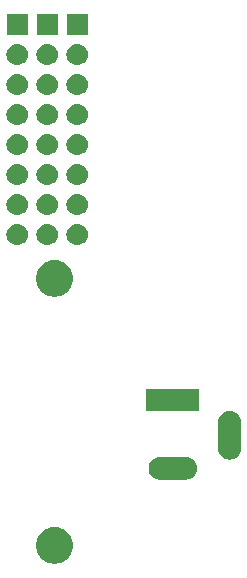
<source format=gbr>
G04 #@! TF.GenerationSoftware,KiCad,Pcbnew,5.1.1-8be2ce7~80~ubuntu18.04.1*
G04 #@! TF.CreationDate,2019-04-21T11:51:28+07:00*
G04 #@! TF.ProjectId,driver-servo-esp32,64726976-6572-42d7-9365-72766f2d6573,rev?*
G04 #@! TF.SameCoordinates,Original*
G04 #@! TF.FileFunction,Soldermask,Bot*
G04 #@! TF.FilePolarity,Negative*
%FSLAX46Y46*%
G04 Gerber Fmt 4.6, Leading zero omitted, Abs format (unit mm)*
G04 Created by KiCad (PCBNEW 5.1.1-8be2ce7~80~ubuntu18.04.1) date 2019-04-21 11:51:28*
%MOMM*%
%LPD*%
G04 APERTURE LIST*
%ADD10C,0.100000*%
G04 APERTURE END LIST*
D10*
G36*
X100911985Y-142567002D02*
G01*
X101061810Y-142596804D01*
X101344074Y-142713721D01*
X101598105Y-142883459D01*
X101814141Y-143099495D01*
X101983879Y-143353526D01*
X102100796Y-143635790D01*
X102160400Y-143935440D01*
X102160400Y-144240960D01*
X102100796Y-144540610D01*
X101983879Y-144822874D01*
X101814141Y-145076905D01*
X101598105Y-145292941D01*
X101344074Y-145462679D01*
X101061810Y-145579596D01*
X100911985Y-145609398D01*
X100762161Y-145639200D01*
X100456639Y-145639200D01*
X100306815Y-145609398D01*
X100156990Y-145579596D01*
X99874726Y-145462679D01*
X99620695Y-145292941D01*
X99404659Y-145076905D01*
X99234921Y-144822874D01*
X99118004Y-144540610D01*
X99058400Y-144240960D01*
X99058400Y-143935440D01*
X99118004Y-143635790D01*
X99234921Y-143353526D01*
X99404659Y-143099495D01*
X99620695Y-142883459D01*
X99874726Y-142713721D01*
X100156990Y-142596804D01*
X100306815Y-142567002D01*
X100456639Y-142537200D01*
X100762161Y-142537200D01*
X100911985Y-142567002D01*
X100911985Y-142567002D01*
G37*
G36*
X111928825Y-136637960D02*
G01*
X111928828Y-136637961D01*
X111928829Y-136637961D01*
X112108093Y-136692340D01*
X112108096Y-136692342D01*
X112108097Y-136692342D01*
X112273303Y-136780646D01*
X112418112Y-136899488D01*
X112536954Y-137044297D01*
X112625258Y-137209503D01*
X112625260Y-137209507D01*
X112679639Y-137388771D01*
X112679640Y-137388775D01*
X112698001Y-137575200D01*
X112679640Y-137761625D01*
X112679639Y-137761628D01*
X112679639Y-137761629D01*
X112625260Y-137940893D01*
X112625258Y-137940896D01*
X112625258Y-137940897D01*
X112536954Y-138106103D01*
X112418112Y-138250912D01*
X112273303Y-138369754D01*
X112108097Y-138458058D01*
X112108093Y-138458060D01*
X111928829Y-138512439D01*
X111928828Y-138512439D01*
X111928825Y-138512440D01*
X111789118Y-138526200D01*
X109495682Y-138526200D01*
X109355975Y-138512440D01*
X109355972Y-138512439D01*
X109355971Y-138512439D01*
X109176707Y-138458060D01*
X109176703Y-138458058D01*
X109011497Y-138369754D01*
X108866688Y-138250912D01*
X108747846Y-138106103D01*
X108659542Y-137940897D01*
X108659542Y-137940896D01*
X108659540Y-137940893D01*
X108605161Y-137761629D01*
X108605161Y-137761628D01*
X108605160Y-137761625D01*
X108586799Y-137575200D01*
X108605160Y-137388775D01*
X108605161Y-137388771D01*
X108659540Y-137209507D01*
X108659542Y-137209503D01*
X108747846Y-137044297D01*
X108866688Y-136899488D01*
X109011497Y-136780646D01*
X109176703Y-136692342D01*
X109176704Y-136692342D01*
X109176707Y-136692340D01*
X109355971Y-136637961D01*
X109355972Y-136637961D01*
X109355975Y-136637960D01*
X109495682Y-136624200D01*
X111789118Y-136624200D01*
X111928825Y-136637960D01*
X111928825Y-136637960D01*
G37*
G36*
X115628824Y-132737960D02*
G01*
X115628827Y-132737961D01*
X115628828Y-132737961D01*
X115808092Y-132792340D01*
X115808095Y-132792342D01*
X115808096Y-132792342D01*
X115973303Y-132880646D01*
X116118112Y-132999488D01*
X116236954Y-133144297D01*
X116325258Y-133309503D01*
X116325260Y-133309507D01*
X116325260Y-133309508D01*
X116379640Y-133488775D01*
X116393400Y-133628482D01*
X116393400Y-135921918D01*
X116379640Y-136061625D01*
X116379639Y-136061628D01*
X116379639Y-136061629D01*
X116325260Y-136240893D01*
X116325258Y-136240896D01*
X116325258Y-136240897D01*
X116236954Y-136406103D01*
X116118112Y-136550912D01*
X115973303Y-136669754D01*
X115808097Y-136758058D01*
X115808093Y-136758060D01*
X115628829Y-136812439D01*
X115628828Y-136812439D01*
X115628825Y-136812440D01*
X115442400Y-136830801D01*
X115255976Y-136812440D01*
X115255973Y-136812439D01*
X115255972Y-136812439D01*
X115076708Y-136758060D01*
X115076704Y-136758058D01*
X114911498Y-136669754D01*
X114766689Y-136550912D01*
X114647847Y-136406103D01*
X114559543Y-136240897D01*
X114559543Y-136240896D01*
X114559541Y-136240893D01*
X114505162Y-136061629D01*
X114505162Y-136061628D01*
X114505161Y-136061625D01*
X114491401Y-135921918D01*
X114491400Y-133628483D01*
X114505160Y-133488776D01*
X114505161Y-133488772D01*
X114559540Y-133309508D01*
X114559543Y-133309503D01*
X114647846Y-133144297D01*
X114766688Y-132999488D01*
X114911497Y-132880646D01*
X115076703Y-132792342D01*
X115076704Y-132792342D01*
X115076707Y-132792340D01*
X115255971Y-132737961D01*
X115255972Y-132737961D01*
X115255975Y-132737960D01*
X115442400Y-132719599D01*
X115628824Y-132737960D01*
X115628824Y-132737960D01*
G37*
G36*
X112893400Y-132726200D02*
G01*
X108391400Y-132726200D01*
X108391400Y-130824200D01*
X112893400Y-130824200D01*
X112893400Y-132726200D01*
X112893400Y-132726200D01*
G37*
G36*
X100911985Y-119967002D02*
G01*
X101061810Y-119996804D01*
X101344074Y-120113721D01*
X101598105Y-120283459D01*
X101814141Y-120499495D01*
X101983879Y-120753526D01*
X102100796Y-121035790D01*
X102160400Y-121335440D01*
X102160400Y-121640960D01*
X102100796Y-121940610D01*
X101983879Y-122222874D01*
X101814141Y-122476905D01*
X101598105Y-122692941D01*
X101344074Y-122862679D01*
X101061810Y-122979596D01*
X100911985Y-123009398D01*
X100762161Y-123039200D01*
X100456639Y-123039200D01*
X100306815Y-123009398D01*
X100156990Y-122979596D01*
X99874726Y-122862679D01*
X99620695Y-122692941D01*
X99404659Y-122476905D01*
X99234921Y-122222874D01*
X99118004Y-121940610D01*
X99058400Y-121640960D01*
X99058400Y-121335440D01*
X99118004Y-121035790D01*
X99234921Y-120753526D01*
X99404659Y-120499495D01*
X99620695Y-120283459D01*
X99874726Y-120113721D01*
X100156990Y-119996804D01*
X100306815Y-119967002D01*
X100456639Y-119937200D01*
X100762161Y-119937200D01*
X100911985Y-119967002D01*
X100911985Y-119967002D01*
G37*
G36*
X100110442Y-116885518D02*
G01*
X100176627Y-116892037D01*
X100346466Y-116943557D01*
X100502991Y-117027222D01*
X100538729Y-117056552D01*
X100640186Y-117139814D01*
X100723448Y-117241271D01*
X100752778Y-117277009D01*
X100836443Y-117433534D01*
X100887963Y-117603373D01*
X100905359Y-117780000D01*
X100887963Y-117956627D01*
X100836443Y-118126466D01*
X100752778Y-118282991D01*
X100723448Y-118318729D01*
X100640186Y-118420186D01*
X100538729Y-118503448D01*
X100502991Y-118532778D01*
X100346466Y-118616443D01*
X100176627Y-118667963D01*
X100110442Y-118674482D01*
X100044260Y-118681000D01*
X99955740Y-118681000D01*
X99889558Y-118674482D01*
X99823373Y-118667963D01*
X99653534Y-118616443D01*
X99497009Y-118532778D01*
X99461271Y-118503448D01*
X99359814Y-118420186D01*
X99276552Y-118318729D01*
X99247222Y-118282991D01*
X99163557Y-118126466D01*
X99112037Y-117956627D01*
X99094641Y-117780000D01*
X99112037Y-117603373D01*
X99163557Y-117433534D01*
X99247222Y-117277009D01*
X99276552Y-117241271D01*
X99359814Y-117139814D01*
X99461271Y-117056552D01*
X99497009Y-117027222D01*
X99653534Y-116943557D01*
X99823373Y-116892037D01*
X99889558Y-116885518D01*
X99955740Y-116879000D01*
X100044260Y-116879000D01*
X100110442Y-116885518D01*
X100110442Y-116885518D01*
G37*
G36*
X102650442Y-116885518D02*
G01*
X102716627Y-116892037D01*
X102886466Y-116943557D01*
X103042991Y-117027222D01*
X103078729Y-117056552D01*
X103180186Y-117139814D01*
X103263448Y-117241271D01*
X103292778Y-117277009D01*
X103376443Y-117433534D01*
X103427963Y-117603373D01*
X103445359Y-117780000D01*
X103427963Y-117956627D01*
X103376443Y-118126466D01*
X103292778Y-118282991D01*
X103263448Y-118318729D01*
X103180186Y-118420186D01*
X103078729Y-118503448D01*
X103042991Y-118532778D01*
X102886466Y-118616443D01*
X102716627Y-118667963D01*
X102650442Y-118674482D01*
X102584260Y-118681000D01*
X102495740Y-118681000D01*
X102429558Y-118674482D01*
X102363373Y-118667963D01*
X102193534Y-118616443D01*
X102037009Y-118532778D01*
X102001271Y-118503448D01*
X101899814Y-118420186D01*
X101816552Y-118318729D01*
X101787222Y-118282991D01*
X101703557Y-118126466D01*
X101652037Y-117956627D01*
X101634641Y-117780000D01*
X101652037Y-117603373D01*
X101703557Y-117433534D01*
X101787222Y-117277009D01*
X101816552Y-117241271D01*
X101899814Y-117139814D01*
X102001271Y-117056552D01*
X102037009Y-117027222D01*
X102193534Y-116943557D01*
X102363373Y-116892037D01*
X102429558Y-116885518D01*
X102495740Y-116879000D01*
X102584260Y-116879000D01*
X102650442Y-116885518D01*
X102650442Y-116885518D01*
G37*
G36*
X97570442Y-116885518D02*
G01*
X97636627Y-116892037D01*
X97806466Y-116943557D01*
X97962991Y-117027222D01*
X97998729Y-117056552D01*
X98100186Y-117139814D01*
X98183448Y-117241271D01*
X98212778Y-117277009D01*
X98296443Y-117433534D01*
X98347963Y-117603373D01*
X98365359Y-117780000D01*
X98347963Y-117956627D01*
X98296443Y-118126466D01*
X98212778Y-118282991D01*
X98183448Y-118318729D01*
X98100186Y-118420186D01*
X97998729Y-118503448D01*
X97962991Y-118532778D01*
X97806466Y-118616443D01*
X97636627Y-118667963D01*
X97570442Y-118674482D01*
X97504260Y-118681000D01*
X97415740Y-118681000D01*
X97349558Y-118674482D01*
X97283373Y-118667963D01*
X97113534Y-118616443D01*
X96957009Y-118532778D01*
X96921271Y-118503448D01*
X96819814Y-118420186D01*
X96736552Y-118318729D01*
X96707222Y-118282991D01*
X96623557Y-118126466D01*
X96572037Y-117956627D01*
X96554641Y-117780000D01*
X96572037Y-117603373D01*
X96623557Y-117433534D01*
X96707222Y-117277009D01*
X96736552Y-117241271D01*
X96819814Y-117139814D01*
X96921271Y-117056552D01*
X96957009Y-117027222D01*
X97113534Y-116943557D01*
X97283373Y-116892037D01*
X97349558Y-116885518D01*
X97415740Y-116879000D01*
X97504260Y-116879000D01*
X97570442Y-116885518D01*
X97570442Y-116885518D01*
G37*
G36*
X100110443Y-114345519D02*
G01*
X100176627Y-114352037D01*
X100346466Y-114403557D01*
X100502991Y-114487222D01*
X100538729Y-114516552D01*
X100640186Y-114599814D01*
X100723448Y-114701271D01*
X100752778Y-114737009D01*
X100836443Y-114893534D01*
X100887963Y-115063373D01*
X100905359Y-115240000D01*
X100887963Y-115416627D01*
X100836443Y-115586466D01*
X100752778Y-115742991D01*
X100723448Y-115778729D01*
X100640186Y-115880186D01*
X100538729Y-115963448D01*
X100502991Y-115992778D01*
X100346466Y-116076443D01*
X100176627Y-116127963D01*
X100110442Y-116134482D01*
X100044260Y-116141000D01*
X99955740Y-116141000D01*
X99889558Y-116134482D01*
X99823373Y-116127963D01*
X99653534Y-116076443D01*
X99497009Y-115992778D01*
X99461271Y-115963448D01*
X99359814Y-115880186D01*
X99276552Y-115778729D01*
X99247222Y-115742991D01*
X99163557Y-115586466D01*
X99112037Y-115416627D01*
X99094641Y-115240000D01*
X99112037Y-115063373D01*
X99163557Y-114893534D01*
X99247222Y-114737009D01*
X99276552Y-114701271D01*
X99359814Y-114599814D01*
X99461271Y-114516552D01*
X99497009Y-114487222D01*
X99653534Y-114403557D01*
X99823373Y-114352037D01*
X99889557Y-114345519D01*
X99955740Y-114339000D01*
X100044260Y-114339000D01*
X100110443Y-114345519D01*
X100110443Y-114345519D01*
G37*
G36*
X97570443Y-114345519D02*
G01*
X97636627Y-114352037D01*
X97806466Y-114403557D01*
X97962991Y-114487222D01*
X97998729Y-114516552D01*
X98100186Y-114599814D01*
X98183448Y-114701271D01*
X98212778Y-114737009D01*
X98296443Y-114893534D01*
X98347963Y-115063373D01*
X98365359Y-115240000D01*
X98347963Y-115416627D01*
X98296443Y-115586466D01*
X98212778Y-115742991D01*
X98183448Y-115778729D01*
X98100186Y-115880186D01*
X97998729Y-115963448D01*
X97962991Y-115992778D01*
X97806466Y-116076443D01*
X97636627Y-116127963D01*
X97570442Y-116134482D01*
X97504260Y-116141000D01*
X97415740Y-116141000D01*
X97349558Y-116134482D01*
X97283373Y-116127963D01*
X97113534Y-116076443D01*
X96957009Y-115992778D01*
X96921271Y-115963448D01*
X96819814Y-115880186D01*
X96736552Y-115778729D01*
X96707222Y-115742991D01*
X96623557Y-115586466D01*
X96572037Y-115416627D01*
X96554641Y-115240000D01*
X96572037Y-115063373D01*
X96623557Y-114893534D01*
X96707222Y-114737009D01*
X96736552Y-114701271D01*
X96819814Y-114599814D01*
X96921271Y-114516552D01*
X96957009Y-114487222D01*
X97113534Y-114403557D01*
X97283373Y-114352037D01*
X97349557Y-114345519D01*
X97415740Y-114339000D01*
X97504260Y-114339000D01*
X97570443Y-114345519D01*
X97570443Y-114345519D01*
G37*
G36*
X102650443Y-114345519D02*
G01*
X102716627Y-114352037D01*
X102886466Y-114403557D01*
X103042991Y-114487222D01*
X103078729Y-114516552D01*
X103180186Y-114599814D01*
X103263448Y-114701271D01*
X103292778Y-114737009D01*
X103376443Y-114893534D01*
X103427963Y-115063373D01*
X103445359Y-115240000D01*
X103427963Y-115416627D01*
X103376443Y-115586466D01*
X103292778Y-115742991D01*
X103263448Y-115778729D01*
X103180186Y-115880186D01*
X103078729Y-115963448D01*
X103042991Y-115992778D01*
X102886466Y-116076443D01*
X102716627Y-116127963D01*
X102650442Y-116134482D01*
X102584260Y-116141000D01*
X102495740Y-116141000D01*
X102429558Y-116134482D01*
X102363373Y-116127963D01*
X102193534Y-116076443D01*
X102037009Y-115992778D01*
X102001271Y-115963448D01*
X101899814Y-115880186D01*
X101816552Y-115778729D01*
X101787222Y-115742991D01*
X101703557Y-115586466D01*
X101652037Y-115416627D01*
X101634641Y-115240000D01*
X101652037Y-115063373D01*
X101703557Y-114893534D01*
X101787222Y-114737009D01*
X101816552Y-114701271D01*
X101899814Y-114599814D01*
X102001271Y-114516552D01*
X102037009Y-114487222D01*
X102193534Y-114403557D01*
X102363373Y-114352037D01*
X102429557Y-114345519D01*
X102495740Y-114339000D01*
X102584260Y-114339000D01*
X102650443Y-114345519D01*
X102650443Y-114345519D01*
G37*
G36*
X102650442Y-111805518D02*
G01*
X102716627Y-111812037D01*
X102886466Y-111863557D01*
X103042991Y-111947222D01*
X103078729Y-111976552D01*
X103180186Y-112059814D01*
X103263448Y-112161271D01*
X103292778Y-112197009D01*
X103376443Y-112353534D01*
X103427963Y-112523373D01*
X103445359Y-112700000D01*
X103427963Y-112876627D01*
X103376443Y-113046466D01*
X103292778Y-113202991D01*
X103263448Y-113238729D01*
X103180186Y-113340186D01*
X103078729Y-113423448D01*
X103042991Y-113452778D01*
X102886466Y-113536443D01*
X102716627Y-113587963D01*
X102650443Y-113594481D01*
X102584260Y-113601000D01*
X102495740Y-113601000D01*
X102429557Y-113594481D01*
X102363373Y-113587963D01*
X102193534Y-113536443D01*
X102037009Y-113452778D01*
X102001271Y-113423448D01*
X101899814Y-113340186D01*
X101816552Y-113238729D01*
X101787222Y-113202991D01*
X101703557Y-113046466D01*
X101652037Y-112876627D01*
X101634641Y-112700000D01*
X101652037Y-112523373D01*
X101703557Y-112353534D01*
X101787222Y-112197009D01*
X101816552Y-112161271D01*
X101899814Y-112059814D01*
X102001271Y-111976552D01*
X102037009Y-111947222D01*
X102193534Y-111863557D01*
X102363373Y-111812037D01*
X102429558Y-111805518D01*
X102495740Y-111799000D01*
X102584260Y-111799000D01*
X102650442Y-111805518D01*
X102650442Y-111805518D01*
G37*
G36*
X100110442Y-111805518D02*
G01*
X100176627Y-111812037D01*
X100346466Y-111863557D01*
X100502991Y-111947222D01*
X100538729Y-111976552D01*
X100640186Y-112059814D01*
X100723448Y-112161271D01*
X100752778Y-112197009D01*
X100836443Y-112353534D01*
X100887963Y-112523373D01*
X100905359Y-112700000D01*
X100887963Y-112876627D01*
X100836443Y-113046466D01*
X100752778Y-113202991D01*
X100723448Y-113238729D01*
X100640186Y-113340186D01*
X100538729Y-113423448D01*
X100502991Y-113452778D01*
X100346466Y-113536443D01*
X100176627Y-113587963D01*
X100110443Y-113594481D01*
X100044260Y-113601000D01*
X99955740Y-113601000D01*
X99889557Y-113594481D01*
X99823373Y-113587963D01*
X99653534Y-113536443D01*
X99497009Y-113452778D01*
X99461271Y-113423448D01*
X99359814Y-113340186D01*
X99276552Y-113238729D01*
X99247222Y-113202991D01*
X99163557Y-113046466D01*
X99112037Y-112876627D01*
X99094641Y-112700000D01*
X99112037Y-112523373D01*
X99163557Y-112353534D01*
X99247222Y-112197009D01*
X99276552Y-112161271D01*
X99359814Y-112059814D01*
X99461271Y-111976552D01*
X99497009Y-111947222D01*
X99653534Y-111863557D01*
X99823373Y-111812037D01*
X99889558Y-111805518D01*
X99955740Y-111799000D01*
X100044260Y-111799000D01*
X100110442Y-111805518D01*
X100110442Y-111805518D01*
G37*
G36*
X97570442Y-111805518D02*
G01*
X97636627Y-111812037D01*
X97806466Y-111863557D01*
X97962991Y-111947222D01*
X97998729Y-111976552D01*
X98100186Y-112059814D01*
X98183448Y-112161271D01*
X98212778Y-112197009D01*
X98296443Y-112353534D01*
X98347963Y-112523373D01*
X98365359Y-112700000D01*
X98347963Y-112876627D01*
X98296443Y-113046466D01*
X98212778Y-113202991D01*
X98183448Y-113238729D01*
X98100186Y-113340186D01*
X97998729Y-113423448D01*
X97962991Y-113452778D01*
X97806466Y-113536443D01*
X97636627Y-113587963D01*
X97570443Y-113594481D01*
X97504260Y-113601000D01*
X97415740Y-113601000D01*
X97349557Y-113594481D01*
X97283373Y-113587963D01*
X97113534Y-113536443D01*
X96957009Y-113452778D01*
X96921271Y-113423448D01*
X96819814Y-113340186D01*
X96736552Y-113238729D01*
X96707222Y-113202991D01*
X96623557Y-113046466D01*
X96572037Y-112876627D01*
X96554641Y-112700000D01*
X96572037Y-112523373D01*
X96623557Y-112353534D01*
X96707222Y-112197009D01*
X96736552Y-112161271D01*
X96819814Y-112059814D01*
X96921271Y-111976552D01*
X96957009Y-111947222D01*
X97113534Y-111863557D01*
X97283373Y-111812037D01*
X97349558Y-111805518D01*
X97415740Y-111799000D01*
X97504260Y-111799000D01*
X97570442Y-111805518D01*
X97570442Y-111805518D01*
G37*
G36*
X100110442Y-109265518D02*
G01*
X100176627Y-109272037D01*
X100346466Y-109323557D01*
X100502991Y-109407222D01*
X100538729Y-109436552D01*
X100640186Y-109519814D01*
X100723448Y-109621271D01*
X100752778Y-109657009D01*
X100836443Y-109813534D01*
X100887963Y-109983373D01*
X100905359Y-110160000D01*
X100887963Y-110336627D01*
X100836443Y-110506466D01*
X100752778Y-110662991D01*
X100723448Y-110698729D01*
X100640186Y-110800186D01*
X100538729Y-110883448D01*
X100502991Y-110912778D01*
X100346466Y-110996443D01*
X100176627Y-111047963D01*
X100110442Y-111054482D01*
X100044260Y-111061000D01*
X99955740Y-111061000D01*
X99889558Y-111054482D01*
X99823373Y-111047963D01*
X99653534Y-110996443D01*
X99497009Y-110912778D01*
X99461271Y-110883448D01*
X99359814Y-110800186D01*
X99276552Y-110698729D01*
X99247222Y-110662991D01*
X99163557Y-110506466D01*
X99112037Y-110336627D01*
X99094641Y-110160000D01*
X99112037Y-109983373D01*
X99163557Y-109813534D01*
X99247222Y-109657009D01*
X99276552Y-109621271D01*
X99359814Y-109519814D01*
X99461271Y-109436552D01*
X99497009Y-109407222D01*
X99653534Y-109323557D01*
X99823373Y-109272037D01*
X99889558Y-109265518D01*
X99955740Y-109259000D01*
X100044260Y-109259000D01*
X100110442Y-109265518D01*
X100110442Y-109265518D01*
G37*
G36*
X97570442Y-109265518D02*
G01*
X97636627Y-109272037D01*
X97806466Y-109323557D01*
X97962991Y-109407222D01*
X97998729Y-109436552D01*
X98100186Y-109519814D01*
X98183448Y-109621271D01*
X98212778Y-109657009D01*
X98296443Y-109813534D01*
X98347963Y-109983373D01*
X98365359Y-110160000D01*
X98347963Y-110336627D01*
X98296443Y-110506466D01*
X98212778Y-110662991D01*
X98183448Y-110698729D01*
X98100186Y-110800186D01*
X97998729Y-110883448D01*
X97962991Y-110912778D01*
X97806466Y-110996443D01*
X97636627Y-111047963D01*
X97570442Y-111054482D01*
X97504260Y-111061000D01*
X97415740Y-111061000D01*
X97349558Y-111054482D01*
X97283373Y-111047963D01*
X97113534Y-110996443D01*
X96957009Y-110912778D01*
X96921271Y-110883448D01*
X96819814Y-110800186D01*
X96736552Y-110698729D01*
X96707222Y-110662991D01*
X96623557Y-110506466D01*
X96572037Y-110336627D01*
X96554641Y-110160000D01*
X96572037Y-109983373D01*
X96623557Y-109813534D01*
X96707222Y-109657009D01*
X96736552Y-109621271D01*
X96819814Y-109519814D01*
X96921271Y-109436552D01*
X96957009Y-109407222D01*
X97113534Y-109323557D01*
X97283373Y-109272037D01*
X97349558Y-109265518D01*
X97415740Y-109259000D01*
X97504260Y-109259000D01*
X97570442Y-109265518D01*
X97570442Y-109265518D01*
G37*
G36*
X102650442Y-109265518D02*
G01*
X102716627Y-109272037D01*
X102886466Y-109323557D01*
X103042991Y-109407222D01*
X103078729Y-109436552D01*
X103180186Y-109519814D01*
X103263448Y-109621271D01*
X103292778Y-109657009D01*
X103376443Y-109813534D01*
X103427963Y-109983373D01*
X103445359Y-110160000D01*
X103427963Y-110336627D01*
X103376443Y-110506466D01*
X103292778Y-110662991D01*
X103263448Y-110698729D01*
X103180186Y-110800186D01*
X103078729Y-110883448D01*
X103042991Y-110912778D01*
X102886466Y-110996443D01*
X102716627Y-111047963D01*
X102650442Y-111054482D01*
X102584260Y-111061000D01*
X102495740Y-111061000D01*
X102429558Y-111054482D01*
X102363373Y-111047963D01*
X102193534Y-110996443D01*
X102037009Y-110912778D01*
X102001271Y-110883448D01*
X101899814Y-110800186D01*
X101816552Y-110698729D01*
X101787222Y-110662991D01*
X101703557Y-110506466D01*
X101652037Y-110336627D01*
X101634641Y-110160000D01*
X101652037Y-109983373D01*
X101703557Y-109813534D01*
X101787222Y-109657009D01*
X101816552Y-109621271D01*
X101899814Y-109519814D01*
X102001271Y-109436552D01*
X102037009Y-109407222D01*
X102193534Y-109323557D01*
X102363373Y-109272037D01*
X102429558Y-109265518D01*
X102495740Y-109259000D01*
X102584260Y-109259000D01*
X102650442Y-109265518D01*
X102650442Y-109265518D01*
G37*
G36*
X102650443Y-106725519D02*
G01*
X102716627Y-106732037D01*
X102886466Y-106783557D01*
X103042991Y-106867222D01*
X103078729Y-106896552D01*
X103180186Y-106979814D01*
X103263448Y-107081271D01*
X103292778Y-107117009D01*
X103376443Y-107273534D01*
X103427963Y-107443373D01*
X103445359Y-107620000D01*
X103427963Y-107796627D01*
X103376443Y-107966466D01*
X103292778Y-108122991D01*
X103263448Y-108158729D01*
X103180186Y-108260186D01*
X103078729Y-108343448D01*
X103042991Y-108372778D01*
X102886466Y-108456443D01*
X102716627Y-108507963D01*
X102650442Y-108514482D01*
X102584260Y-108521000D01*
X102495740Y-108521000D01*
X102429558Y-108514482D01*
X102363373Y-108507963D01*
X102193534Y-108456443D01*
X102037009Y-108372778D01*
X102001271Y-108343448D01*
X101899814Y-108260186D01*
X101816552Y-108158729D01*
X101787222Y-108122991D01*
X101703557Y-107966466D01*
X101652037Y-107796627D01*
X101634641Y-107620000D01*
X101652037Y-107443373D01*
X101703557Y-107273534D01*
X101787222Y-107117009D01*
X101816552Y-107081271D01*
X101899814Y-106979814D01*
X102001271Y-106896552D01*
X102037009Y-106867222D01*
X102193534Y-106783557D01*
X102363373Y-106732037D01*
X102429557Y-106725519D01*
X102495740Y-106719000D01*
X102584260Y-106719000D01*
X102650443Y-106725519D01*
X102650443Y-106725519D01*
G37*
G36*
X100110443Y-106725519D02*
G01*
X100176627Y-106732037D01*
X100346466Y-106783557D01*
X100502991Y-106867222D01*
X100538729Y-106896552D01*
X100640186Y-106979814D01*
X100723448Y-107081271D01*
X100752778Y-107117009D01*
X100836443Y-107273534D01*
X100887963Y-107443373D01*
X100905359Y-107620000D01*
X100887963Y-107796627D01*
X100836443Y-107966466D01*
X100752778Y-108122991D01*
X100723448Y-108158729D01*
X100640186Y-108260186D01*
X100538729Y-108343448D01*
X100502991Y-108372778D01*
X100346466Y-108456443D01*
X100176627Y-108507963D01*
X100110442Y-108514482D01*
X100044260Y-108521000D01*
X99955740Y-108521000D01*
X99889558Y-108514482D01*
X99823373Y-108507963D01*
X99653534Y-108456443D01*
X99497009Y-108372778D01*
X99461271Y-108343448D01*
X99359814Y-108260186D01*
X99276552Y-108158729D01*
X99247222Y-108122991D01*
X99163557Y-107966466D01*
X99112037Y-107796627D01*
X99094641Y-107620000D01*
X99112037Y-107443373D01*
X99163557Y-107273534D01*
X99247222Y-107117009D01*
X99276552Y-107081271D01*
X99359814Y-106979814D01*
X99461271Y-106896552D01*
X99497009Y-106867222D01*
X99653534Y-106783557D01*
X99823373Y-106732037D01*
X99889557Y-106725519D01*
X99955740Y-106719000D01*
X100044260Y-106719000D01*
X100110443Y-106725519D01*
X100110443Y-106725519D01*
G37*
G36*
X97570443Y-106725519D02*
G01*
X97636627Y-106732037D01*
X97806466Y-106783557D01*
X97962991Y-106867222D01*
X97998729Y-106896552D01*
X98100186Y-106979814D01*
X98183448Y-107081271D01*
X98212778Y-107117009D01*
X98296443Y-107273534D01*
X98347963Y-107443373D01*
X98365359Y-107620000D01*
X98347963Y-107796627D01*
X98296443Y-107966466D01*
X98212778Y-108122991D01*
X98183448Y-108158729D01*
X98100186Y-108260186D01*
X97998729Y-108343448D01*
X97962991Y-108372778D01*
X97806466Y-108456443D01*
X97636627Y-108507963D01*
X97570442Y-108514482D01*
X97504260Y-108521000D01*
X97415740Y-108521000D01*
X97349558Y-108514482D01*
X97283373Y-108507963D01*
X97113534Y-108456443D01*
X96957009Y-108372778D01*
X96921271Y-108343448D01*
X96819814Y-108260186D01*
X96736552Y-108158729D01*
X96707222Y-108122991D01*
X96623557Y-107966466D01*
X96572037Y-107796627D01*
X96554641Y-107620000D01*
X96572037Y-107443373D01*
X96623557Y-107273534D01*
X96707222Y-107117009D01*
X96736552Y-107081271D01*
X96819814Y-106979814D01*
X96921271Y-106896552D01*
X96957009Y-106867222D01*
X97113534Y-106783557D01*
X97283373Y-106732037D01*
X97349557Y-106725519D01*
X97415740Y-106719000D01*
X97504260Y-106719000D01*
X97570443Y-106725519D01*
X97570443Y-106725519D01*
G37*
G36*
X97570443Y-104185519D02*
G01*
X97636627Y-104192037D01*
X97806466Y-104243557D01*
X97962991Y-104327222D01*
X97998729Y-104356552D01*
X98100186Y-104439814D01*
X98183448Y-104541271D01*
X98212778Y-104577009D01*
X98296443Y-104733534D01*
X98347963Y-104903373D01*
X98365359Y-105080000D01*
X98347963Y-105256627D01*
X98296443Y-105426466D01*
X98212778Y-105582991D01*
X98183448Y-105618729D01*
X98100186Y-105720186D01*
X97998729Y-105803448D01*
X97962991Y-105832778D01*
X97806466Y-105916443D01*
X97636627Y-105967963D01*
X97570443Y-105974481D01*
X97504260Y-105981000D01*
X97415740Y-105981000D01*
X97349557Y-105974481D01*
X97283373Y-105967963D01*
X97113534Y-105916443D01*
X96957009Y-105832778D01*
X96921271Y-105803448D01*
X96819814Y-105720186D01*
X96736552Y-105618729D01*
X96707222Y-105582991D01*
X96623557Y-105426466D01*
X96572037Y-105256627D01*
X96554641Y-105080000D01*
X96572037Y-104903373D01*
X96623557Y-104733534D01*
X96707222Y-104577009D01*
X96736552Y-104541271D01*
X96819814Y-104439814D01*
X96921271Y-104356552D01*
X96957009Y-104327222D01*
X97113534Y-104243557D01*
X97283373Y-104192037D01*
X97349557Y-104185519D01*
X97415740Y-104179000D01*
X97504260Y-104179000D01*
X97570443Y-104185519D01*
X97570443Y-104185519D01*
G37*
G36*
X102650443Y-104185519D02*
G01*
X102716627Y-104192037D01*
X102886466Y-104243557D01*
X103042991Y-104327222D01*
X103078729Y-104356552D01*
X103180186Y-104439814D01*
X103263448Y-104541271D01*
X103292778Y-104577009D01*
X103376443Y-104733534D01*
X103427963Y-104903373D01*
X103445359Y-105080000D01*
X103427963Y-105256627D01*
X103376443Y-105426466D01*
X103292778Y-105582991D01*
X103263448Y-105618729D01*
X103180186Y-105720186D01*
X103078729Y-105803448D01*
X103042991Y-105832778D01*
X102886466Y-105916443D01*
X102716627Y-105967963D01*
X102650443Y-105974481D01*
X102584260Y-105981000D01*
X102495740Y-105981000D01*
X102429557Y-105974481D01*
X102363373Y-105967963D01*
X102193534Y-105916443D01*
X102037009Y-105832778D01*
X102001271Y-105803448D01*
X101899814Y-105720186D01*
X101816552Y-105618729D01*
X101787222Y-105582991D01*
X101703557Y-105426466D01*
X101652037Y-105256627D01*
X101634641Y-105080000D01*
X101652037Y-104903373D01*
X101703557Y-104733534D01*
X101787222Y-104577009D01*
X101816552Y-104541271D01*
X101899814Y-104439814D01*
X102001271Y-104356552D01*
X102037009Y-104327222D01*
X102193534Y-104243557D01*
X102363373Y-104192037D01*
X102429557Y-104185519D01*
X102495740Y-104179000D01*
X102584260Y-104179000D01*
X102650443Y-104185519D01*
X102650443Y-104185519D01*
G37*
G36*
X100110443Y-104185519D02*
G01*
X100176627Y-104192037D01*
X100346466Y-104243557D01*
X100502991Y-104327222D01*
X100538729Y-104356552D01*
X100640186Y-104439814D01*
X100723448Y-104541271D01*
X100752778Y-104577009D01*
X100836443Y-104733534D01*
X100887963Y-104903373D01*
X100905359Y-105080000D01*
X100887963Y-105256627D01*
X100836443Y-105426466D01*
X100752778Y-105582991D01*
X100723448Y-105618729D01*
X100640186Y-105720186D01*
X100538729Y-105803448D01*
X100502991Y-105832778D01*
X100346466Y-105916443D01*
X100176627Y-105967963D01*
X100110443Y-105974481D01*
X100044260Y-105981000D01*
X99955740Y-105981000D01*
X99889557Y-105974481D01*
X99823373Y-105967963D01*
X99653534Y-105916443D01*
X99497009Y-105832778D01*
X99461271Y-105803448D01*
X99359814Y-105720186D01*
X99276552Y-105618729D01*
X99247222Y-105582991D01*
X99163557Y-105426466D01*
X99112037Y-105256627D01*
X99094641Y-105080000D01*
X99112037Y-104903373D01*
X99163557Y-104733534D01*
X99247222Y-104577009D01*
X99276552Y-104541271D01*
X99359814Y-104439814D01*
X99461271Y-104356552D01*
X99497009Y-104327222D01*
X99653534Y-104243557D01*
X99823373Y-104192037D01*
X99889557Y-104185519D01*
X99955740Y-104179000D01*
X100044260Y-104179000D01*
X100110443Y-104185519D01*
X100110443Y-104185519D01*
G37*
G36*
X102650442Y-101645518D02*
G01*
X102716627Y-101652037D01*
X102886466Y-101703557D01*
X103042991Y-101787222D01*
X103078729Y-101816552D01*
X103180186Y-101899814D01*
X103263448Y-102001271D01*
X103292778Y-102037009D01*
X103376443Y-102193534D01*
X103427963Y-102363373D01*
X103445359Y-102540000D01*
X103427963Y-102716627D01*
X103376443Y-102886466D01*
X103292778Y-103042991D01*
X103263448Y-103078729D01*
X103180186Y-103180186D01*
X103078729Y-103263448D01*
X103042991Y-103292778D01*
X102886466Y-103376443D01*
X102716627Y-103427963D01*
X102650442Y-103434482D01*
X102584260Y-103441000D01*
X102495740Y-103441000D01*
X102429558Y-103434482D01*
X102363373Y-103427963D01*
X102193534Y-103376443D01*
X102037009Y-103292778D01*
X102001271Y-103263448D01*
X101899814Y-103180186D01*
X101816552Y-103078729D01*
X101787222Y-103042991D01*
X101703557Y-102886466D01*
X101652037Y-102716627D01*
X101634641Y-102540000D01*
X101652037Y-102363373D01*
X101703557Y-102193534D01*
X101787222Y-102037009D01*
X101816552Y-102001271D01*
X101899814Y-101899814D01*
X102001271Y-101816552D01*
X102037009Y-101787222D01*
X102193534Y-101703557D01*
X102363373Y-101652037D01*
X102429557Y-101645519D01*
X102495740Y-101639000D01*
X102584260Y-101639000D01*
X102650442Y-101645518D01*
X102650442Y-101645518D01*
G37*
G36*
X100110442Y-101645518D02*
G01*
X100176627Y-101652037D01*
X100346466Y-101703557D01*
X100502991Y-101787222D01*
X100538729Y-101816552D01*
X100640186Y-101899814D01*
X100723448Y-102001271D01*
X100752778Y-102037009D01*
X100836443Y-102193534D01*
X100887963Y-102363373D01*
X100905359Y-102540000D01*
X100887963Y-102716627D01*
X100836443Y-102886466D01*
X100752778Y-103042991D01*
X100723448Y-103078729D01*
X100640186Y-103180186D01*
X100538729Y-103263448D01*
X100502991Y-103292778D01*
X100346466Y-103376443D01*
X100176627Y-103427963D01*
X100110442Y-103434482D01*
X100044260Y-103441000D01*
X99955740Y-103441000D01*
X99889558Y-103434482D01*
X99823373Y-103427963D01*
X99653534Y-103376443D01*
X99497009Y-103292778D01*
X99461271Y-103263448D01*
X99359814Y-103180186D01*
X99276552Y-103078729D01*
X99247222Y-103042991D01*
X99163557Y-102886466D01*
X99112037Y-102716627D01*
X99094641Y-102540000D01*
X99112037Y-102363373D01*
X99163557Y-102193534D01*
X99247222Y-102037009D01*
X99276552Y-102001271D01*
X99359814Y-101899814D01*
X99461271Y-101816552D01*
X99497009Y-101787222D01*
X99653534Y-101703557D01*
X99823373Y-101652037D01*
X99889557Y-101645519D01*
X99955740Y-101639000D01*
X100044260Y-101639000D01*
X100110442Y-101645518D01*
X100110442Y-101645518D01*
G37*
G36*
X97570442Y-101645518D02*
G01*
X97636627Y-101652037D01*
X97806466Y-101703557D01*
X97962991Y-101787222D01*
X97998729Y-101816552D01*
X98100186Y-101899814D01*
X98183448Y-102001271D01*
X98212778Y-102037009D01*
X98296443Y-102193534D01*
X98347963Y-102363373D01*
X98365359Y-102540000D01*
X98347963Y-102716627D01*
X98296443Y-102886466D01*
X98212778Y-103042991D01*
X98183448Y-103078729D01*
X98100186Y-103180186D01*
X97998729Y-103263448D01*
X97962991Y-103292778D01*
X97806466Y-103376443D01*
X97636627Y-103427963D01*
X97570442Y-103434482D01*
X97504260Y-103441000D01*
X97415740Y-103441000D01*
X97349558Y-103434482D01*
X97283373Y-103427963D01*
X97113534Y-103376443D01*
X96957009Y-103292778D01*
X96921271Y-103263448D01*
X96819814Y-103180186D01*
X96736552Y-103078729D01*
X96707222Y-103042991D01*
X96623557Y-102886466D01*
X96572037Y-102716627D01*
X96554641Y-102540000D01*
X96572037Y-102363373D01*
X96623557Y-102193534D01*
X96707222Y-102037009D01*
X96736552Y-102001271D01*
X96819814Y-101899814D01*
X96921271Y-101816552D01*
X96957009Y-101787222D01*
X97113534Y-101703557D01*
X97283373Y-101652037D01*
X97349557Y-101645519D01*
X97415740Y-101639000D01*
X97504260Y-101639000D01*
X97570442Y-101645518D01*
X97570442Y-101645518D01*
G37*
G36*
X98361000Y-100901000D02*
G01*
X96559000Y-100901000D01*
X96559000Y-99099000D01*
X98361000Y-99099000D01*
X98361000Y-100901000D01*
X98361000Y-100901000D01*
G37*
G36*
X100901000Y-100901000D02*
G01*
X99099000Y-100901000D01*
X99099000Y-99099000D01*
X100901000Y-99099000D01*
X100901000Y-100901000D01*
X100901000Y-100901000D01*
G37*
G36*
X103441000Y-100901000D02*
G01*
X101639000Y-100901000D01*
X101639000Y-99099000D01*
X103441000Y-99099000D01*
X103441000Y-100901000D01*
X103441000Y-100901000D01*
G37*
M02*

</source>
